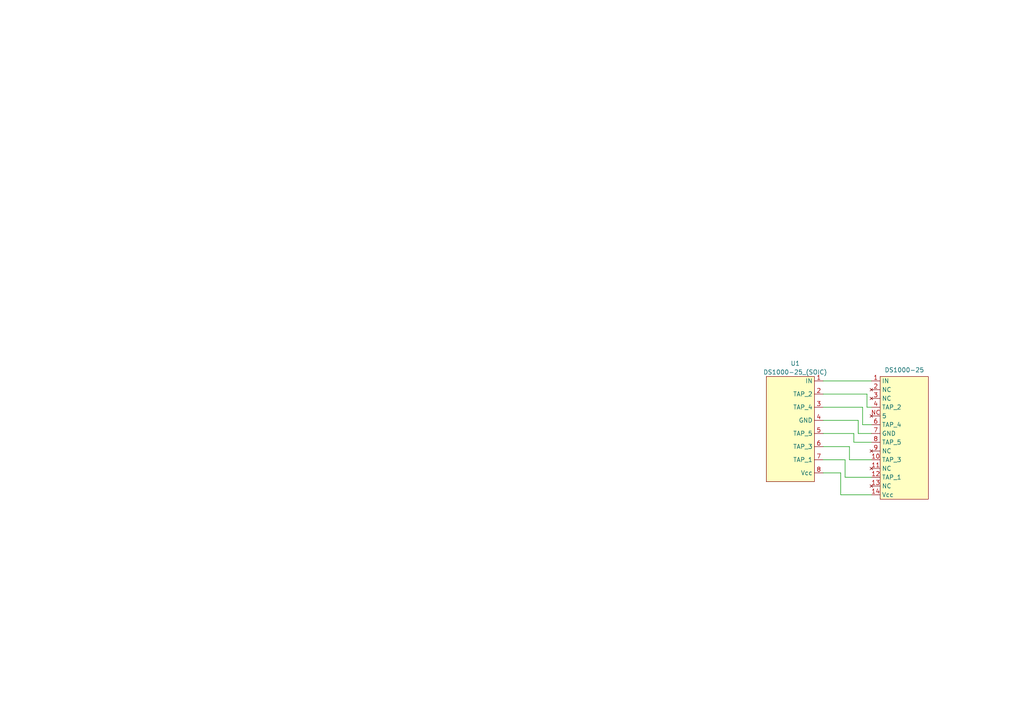
<source format=kicad_sch>
(kicad_sch (version 20210406) (generator eeschema)
  (paper "A4")
  (title_block (title "DS1000-25 -> DS1100z adapter") (date "2021-04-23") (rev "rev 2") (company "http://amiga.technology/"))
  (lib_symbols
    (symbol "Delay_Lines:DS1000-25"
      (property "Reference" "U" (at 2.54 -1.27 0))
      (property "Value" "DS1000-25" (at 1.27 1.27 0))
      (symbol "DS1000-25_0_1"
        (rectangle (start 7.62 -35.56) (end -6.35 0) (stroke (width 0.1524)) (fill (type background)))
      )
      (symbol "DS1000-25_1_1"
        (pin input line (at -8.89 -1.27 0) (length 2.54) (name "IN") (number "1"))
        (pin output line (at -8.89 -24.13 0) (length 2.54) (name "TAP_3") (number "10"))
        (pin no_connect line (at -8.89 -26.67 0) (length 2.54) (name "NC") (number "11"))
        (pin output line (at -8.89 -29.21 0) (length 2.54) (name "TAP_1") (number "12"))
        (pin no_connect line (at -8.89 -31.75 0) (length 2.54) (name "NC") (number "13"))
        (pin input line (at -8.89 -34.29 0) (length 2.54) (name "Vcc") (number "14"))
        (pin no_connect line (at -8.89 -3.81 0) (length 2.54) (name "NC") (number "2"))
        (pin no_connect line (at -8.89 -6.35 0) (length 2.54) (name "NC") (number "3"))
        (pin output line (at -8.89 -8.89 0) (length 2.54) (name "TAP_2") (number "4"))
        (pin output line (at -8.89 -13.97 0) (length 2.54) (name "TAP_4") (number "6"))
        (pin input line (at -8.89 -16.51 0) (length 2.54) (name "GND") (number "7"))
        (pin output line (at -8.89 -19.05 0) (length 2.54) (name "TAP_5") (number "8"))
        (pin no_connect line (at -8.89 -21.59 0) (length 2.54) (name "NC") (number "9"))
        (pin no_connect line (at -8.89 -11.43 0) (length 2.54) (name "5") (number "NC"))
      )
    )
    (symbol "Delay_Lines:DS1000-25_(SOIC)"
      (property "Reference" "U1" (at 0.7874 3.81 0))
      (property "Value" "DS1000-25_(SOIC)" (at 0.7874 1.27 0))
      (property "Footprint" "Package_SO:SOIC-8_3.9x4.9mm_P1.27mm" (at 1.27 1.27 0))
      (symbol "DS1000-25_(SOIC)_0_1"
        (rectangle (start -6.35 0) (end 7.62 -30.48) (stroke (width 0.1524)) (fill (type background)))
      )
      (symbol "DS1000-25_(SOIC)_1_1"
        (pin input line (at -8.89 -1.27 0) (length 2.54) (name "IN") (number "1"))
        (pin output line (at -8.89 -5.08 0) (length 2.54) (name "TAP_2") (number "2"))
        (pin output line (at -8.89 -8.89 0) (length 2.54) (name "TAP_4") (number "3"))
        (pin input line (at -8.89 -12.7 0) (length 2.54) (name "GND") (number "4"))
        (pin output line (at -8.89 -16.51 0) (length 2.54) (name "TAP_5") (number "5"))
        (pin output line (at -8.89 -20.32 0) (length 2.54) (name "TAP_3") (number "6"))
        (pin output line (at -8.89 -24.13 0) (length 2.54) (name "TAP_1") (number "7"))
        (pin input line (at -8.89 -27.94 0) (length 2.54) (name "Vcc") (number "8"))
      )
    )
  )
  (wire (pts (xy 238.76 110.49) (xy 252.73 110.49)))
  (wire (pts (xy 238.76 114.3) (xy 251.46 114.3)))
  (wire (pts (xy 238.76 118.11) (xy 250.19 118.11)))
  (wire (pts (xy 238.76 121.92) (xy 248.92 121.92)))
  (wire (pts (xy 238.76 125.73) (xy 247.65 125.73)))
  (wire (pts (xy 238.76 129.54) (xy 246.38 129.54)))
  (wire (pts (xy 238.76 133.35) (xy 245.11 133.35)))
  (wire (pts (xy 238.76 137.16) (xy 243.84 137.16)))
  (wire (pts (xy 243.84 137.16) (xy 243.84 143.51)))
  (wire (pts (xy 243.84 143.51) (xy 252.73 143.51)))
  (wire (pts (xy 245.11 133.35) (xy 245.11 138.43)))
  (wire (pts (xy 245.11 138.43) (xy 252.73 138.43)))
  (wire (pts (xy 246.38 129.54) (xy 246.38 133.35)))
  (wire (pts (xy 246.38 133.35) (xy 252.73 133.35)))
  (wire (pts (xy 247.65 125.73) (xy 247.65 128.27)))
  (wire (pts (xy 247.65 128.27) (xy 252.73 128.27)))
  (wire (pts (xy 248.92 121.92) (xy 248.92 125.73)))
  (wire (pts (xy 248.92 125.73) (xy 252.73 125.73)))
  (wire (pts (xy 250.19 118.11) (xy 250.19 123.19)))
  (wire (pts (xy 250.19 123.19) (xy 252.73 123.19)))
  (wire (pts (xy 251.46 114.3) (xy 251.46 118.11)))
  (wire (pts (xy 251.46 118.11) (xy 252.73 118.11)))
  (symbol (lib_id "Delay_Lines:DS1000-25_(SOIC)") (at 229.87 109.22 0) (mirror y) (unit 1)
    (property "Reference" "U1" (at 230.6574 105.41 0))
    (property "Value" "DS1000-25_(SOIC)" (at 230.6574 107.95 0))
    (property "Footprint" "Package_SO:SOIC-8_3.9x4.9mm_P1.27mm" (effects hide))
  )
  (symbol (lib_id "Delay_Lines:DS1000-25") (at 261.62 109.22 0) (unit 1)
    (property "Reference" "U2" (effects hide))
    (property "Value" "DS1000-25" (at 256.54 107.3149 0) (effects (justify left)))
    (property "Footprint" "Package_DIP:DIP-14_W7.62mm" (effects hide))
  )
)
</source>
